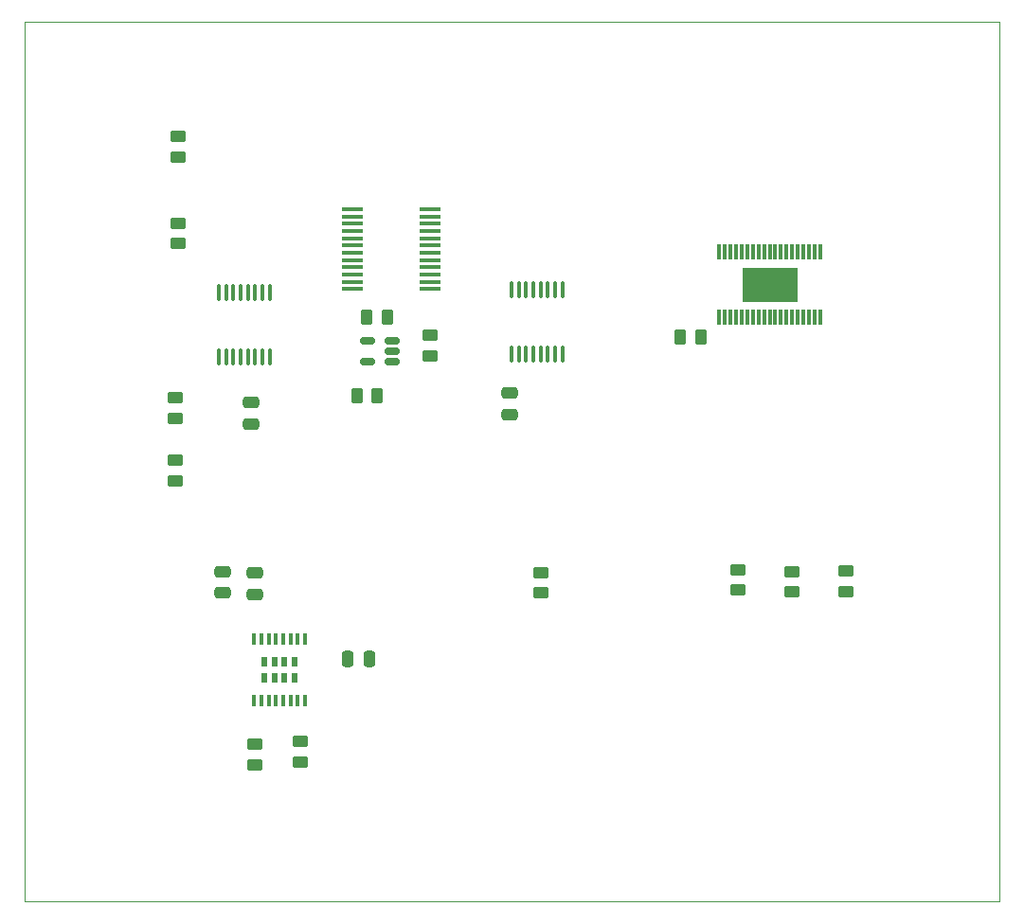
<source format=gtp>
%TF.GenerationSoftware,KiCad,Pcbnew,9.0.5*%
%TF.CreationDate,2025-11-07T22:43:39-08:00*%
%TF.ProjectId,SoftKeyboardController,536f6674-4b65-4796-926f-617264436f6e,v1.5*%
%TF.SameCoordinates,Original*%
%TF.FileFunction,Paste,Top*%
%TF.FilePolarity,Positive*%
%FSLAX46Y46*%
G04 Gerber Fmt 4.6, Leading zero omitted, Abs format (unit mm)*
G04 Created by KiCad (PCBNEW 9.0.5) date 2025-11-07 22:43:39*
%MOMM*%
%LPD*%
G01*
G04 APERTURE LIST*
G04 Aperture macros list*
%AMRoundRect*
0 Rectangle with rounded corners*
0 $1 Rounding radius*
0 $2 $3 $4 $5 $6 $7 $8 $9 X,Y pos of 4 corners*
0 Add a 4 corners polygon primitive as box body*
4,1,4,$2,$3,$4,$5,$6,$7,$8,$9,$2,$3,0*
0 Add four circle primitives for the rounded corners*
1,1,$1+$1,$2,$3*
1,1,$1+$1,$4,$5*
1,1,$1+$1,$6,$7*
1,1,$1+$1,$8,$9*
0 Add four rect primitives between the rounded corners*
20,1,$1+$1,$2,$3,$4,$5,0*
20,1,$1+$1,$4,$5,$6,$7,0*
20,1,$1+$1,$6,$7,$8,$9,0*
20,1,$1+$1,$8,$9,$2,$3,0*%
G04 Aperture macros list end*
%ADD10RoundRect,0.250000X0.250000X0.475000X-0.250000X0.475000X-0.250000X-0.475000X0.250000X-0.475000X0*%
%ADD11R,0.300000X1.450000*%
%ADD12R,4.900000X3.100000*%
%ADD13RoundRect,0.250000X-0.450000X0.262500X-0.450000X-0.262500X0.450000X-0.262500X0.450000X0.262500X0*%
%ADD14RoundRect,0.250000X0.450000X-0.262500X0.450000X0.262500X-0.450000X0.262500X-0.450000X-0.262500X0*%
%ADD15RoundRect,0.250000X0.262500X0.450000X-0.262500X0.450000X-0.262500X-0.450000X0.262500X-0.450000X0*%
%ADD16RoundRect,0.250000X-0.475000X0.250000X-0.475000X-0.250000X0.475000X-0.250000X0.475000X0.250000X0*%
%ADD17RoundRect,0.100000X0.100000X-0.637500X0.100000X0.637500X-0.100000X0.637500X-0.100000X-0.637500X0*%
%ADD18RoundRect,0.250000X-0.262500X-0.450000X0.262500X-0.450000X0.262500X0.450000X-0.262500X0.450000X0*%
%ADD19RoundRect,0.150000X0.512500X0.150000X-0.512500X0.150000X-0.512500X-0.150000X0.512500X-0.150000X0*%
%ADD20R,0.450000X1.050000*%
%ADD21R,0.537000X0.882000*%
%ADD22RoundRect,0.100000X0.850000X0.100000X-0.850000X0.100000X-0.850000X-0.100000X0.850000X-0.100000X0*%
%TA.AperFunction,Profile*%
%ADD23C,0.050000*%
%TD*%
G04 APERTURE END LIST*
D10*
%TO.C,C6*%
X181295000Y-100203000D03*
X183195000Y-100203000D03*
%TD*%
D11*
%TO.C,IC1*%
X214494200Y-69654400D03*
X214994200Y-69654400D03*
X215494200Y-69654400D03*
X215994200Y-69654400D03*
X216494200Y-69654400D03*
X216994200Y-69654400D03*
X217494200Y-69654400D03*
X217994200Y-69654400D03*
X218494200Y-69654400D03*
X218994200Y-69654400D03*
X219494200Y-69654400D03*
X219994200Y-69654400D03*
X220494200Y-69654400D03*
X220994200Y-69654400D03*
X221494200Y-69654400D03*
X221994200Y-69654400D03*
X222494200Y-69654400D03*
X222994200Y-69654400D03*
X223494200Y-69654400D03*
X223494200Y-63804400D03*
X222994200Y-63804400D03*
X222494200Y-63804400D03*
X221994200Y-63804400D03*
X221494200Y-63804400D03*
X220994200Y-63804400D03*
X220494200Y-63804400D03*
X219994200Y-63804400D03*
X219494200Y-63804400D03*
X218994200Y-63804400D03*
X218494200Y-63804400D03*
X217994200Y-63804400D03*
X217494200Y-63804400D03*
X216994200Y-63804400D03*
X216494200Y-63804400D03*
X215994200Y-63804400D03*
X215494200Y-63804400D03*
X214994200Y-63804400D03*
X214494200Y-63804400D03*
D12*
X218994200Y-66729400D03*
%TD*%
D13*
%TO.C,R6*%
X216154000Y-92231500D03*
X216154000Y-94056500D03*
%TD*%
D14*
%TO.C,R3*%
X172974000Y-109677500D03*
X172974000Y-107852500D03*
%TD*%
D15*
%TO.C,R14*%
X184808500Y-69649000D03*
X182983500Y-69649000D03*
%TD*%
D16*
%TO.C,C5*%
X195707000Y-76446000D03*
X195707000Y-78346000D03*
%TD*%
D17*
%TO.C,U3*%
X169739000Y-73157500D03*
X170389000Y-73157500D03*
X171039000Y-73157500D03*
X171689000Y-73157500D03*
X172339000Y-73157500D03*
X172989000Y-73157500D03*
X173639000Y-73157500D03*
X174289000Y-73157500D03*
X174289000Y-67432500D03*
X173639000Y-67432500D03*
X172989000Y-67432500D03*
X172339000Y-67432500D03*
X171689000Y-67432500D03*
X171039000Y-67432500D03*
X170389000Y-67432500D03*
X169739000Y-67432500D03*
%TD*%
D18*
%TO.C,R7*%
X211027000Y-71427000D03*
X212852000Y-71427000D03*
%TD*%
D13*
%TO.C,R1*%
X198501000Y-92485500D03*
X198501000Y-94310500D03*
%TD*%
D14*
%TO.C,R4*%
X177038000Y-109423500D03*
X177038000Y-107598500D03*
%TD*%
%TO.C,R10*%
X165862000Y-78689500D03*
X165862000Y-76864500D03*
%TD*%
%TO.C,R9*%
X166116000Y-55321500D03*
X166116000Y-53496500D03*
%TD*%
D13*
%TO.C,R5*%
X220980000Y-92382000D03*
X220980000Y-94207000D03*
%TD*%
D18*
%TO.C,R13*%
X182094500Y-76634000D03*
X183919500Y-76634000D03*
%TD*%
D14*
%TO.C,R12*%
X188600200Y-73110600D03*
X188600200Y-71285600D03*
%TD*%
D16*
%TO.C,C3*%
X170058100Y-92376800D03*
X170058100Y-94276800D03*
%TD*%
D17*
%TO.C,U2*%
X195901400Y-72939300D03*
X196551400Y-72939300D03*
X197201400Y-72939300D03*
X197851400Y-72939300D03*
X198501400Y-72939300D03*
X199151400Y-72939300D03*
X199801400Y-72939300D03*
X200451400Y-72939300D03*
X200451400Y-67214300D03*
X199801400Y-67214300D03*
X199151400Y-67214300D03*
X198501400Y-67214300D03*
X197851400Y-67214300D03*
X197201400Y-67214300D03*
X196551400Y-67214300D03*
X195901400Y-67214300D03*
%TD*%
D16*
%TO.C,C4*%
X172649000Y-77280000D03*
X172649000Y-79180000D03*
%TD*%
%TO.C,C2*%
X172979100Y-92514000D03*
X172979100Y-94414000D03*
%TD*%
D13*
%TO.C,R2*%
X225806000Y-92335000D03*
X225806000Y-94160000D03*
%TD*%
D14*
%TO.C,R8*%
X166116000Y-63045000D03*
X166116000Y-61220000D03*
%TD*%
D19*
%TO.C,U4*%
X185287500Y-73647000D03*
X185287500Y-72697000D03*
X185287500Y-71747000D03*
X183012500Y-71747000D03*
X183012500Y-73647000D03*
%TD*%
D14*
%TO.C,R11*%
X165862000Y-84277500D03*
X165862000Y-82452500D03*
%TD*%
D20*
%TO.C,U6*%
X172912500Y-103947000D03*
X173562500Y-103947000D03*
X174212500Y-103947000D03*
X174862500Y-103947000D03*
X175512500Y-103947000D03*
X176162500Y-103947000D03*
X176812500Y-103947000D03*
X177462500Y-103947000D03*
X177462500Y-98397000D03*
X176812500Y-98397000D03*
X176162500Y-98397000D03*
X175512500Y-98397000D03*
X174862500Y-98397000D03*
X174212500Y-98397000D03*
X173562500Y-98397000D03*
X172912500Y-98397000D03*
D21*
X173845000Y-101907000D03*
X174740000Y-101907000D03*
X175635000Y-101907000D03*
X176530000Y-101907000D03*
X173845000Y-100437000D03*
X174740000Y-100437000D03*
X175635000Y-100437000D03*
X176530000Y-100437000D03*
%TD*%
D22*
%TO.C,U5*%
X188666000Y-67128000D03*
X188666000Y-66478000D03*
X188666000Y-65828000D03*
X188666000Y-65178000D03*
X188666000Y-64528000D03*
X188666000Y-63878000D03*
X188666000Y-63228000D03*
X188666000Y-62578000D03*
X188666000Y-61928000D03*
X188666000Y-61278000D03*
X188666000Y-60628000D03*
X188666000Y-59978000D03*
X181666000Y-59978000D03*
X181666000Y-60628000D03*
X181666000Y-61278000D03*
X181666000Y-61928000D03*
X181666000Y-62578000D03*
X181666000Y-63228000D03*
X181666000Y-63878000D03*
X181666000Y-64528000D03*
X181666000Y-65178000D03*
X181666000Y-65828000D03*
X181666000Y-66478000D03*
X181666000Y-67128000D03*
%TD*%
D23*
X152400000Y-43233000D02*
X239522000Y-43233000D01*
X239522000Y-121920000D01*
X152400000Y-121920000D01*
X152400000Y-43233000D01*
M02*

</source>
